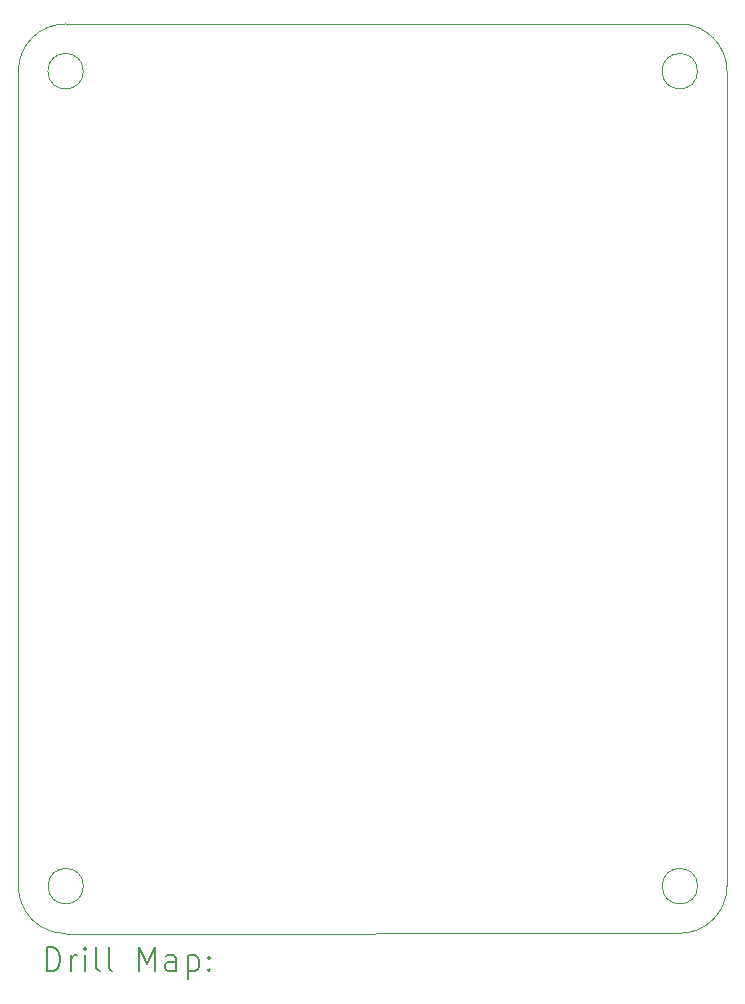
<source format=gbr>
%TF.GenerationSoftware,KiCad,Pcbnew,7.0.1*%
%TF.CreationDate,2023-10-12T07:56:20+02:00*%
%TF.ProjectId,Drv_board,4472765f-626f-4617-9264-2e6b69636164,rev?*%
%TF.SameCoordinates,Original*%
%TF.FileFunction,Drillmap*%
%TF.FilePolarity,Positive*%
%FSLAX45Y45*%
G04 Gerber Fmt 4.5, Leading zero omitted, Abs format (unit mm)*
G04 Created by KiCad (PCBNEW 7.0.1) date 2023-10-12 07:56:20*
%MOMM*%
%LPD*%
G01*
G04 APERTURE LIST*
%ADD10C,0.100000*%
%ADD11C,0.200000*%
G04 APERTURE END LIST*
D10*
X15750000Y-7400000D02*
G75*
G03*
X15750000Y-7400000I-150000J0D01*
G01*
X10399996Y-14701218D02*
X15600247Y-14698779D01*
X10000000Y-14300000D02*
G75*
G03*
X10399996Y-14701218I401220J0D01*
G01*
X10400000Y-7000000D02*
G75*
G03*
X10000000Y-7400000I0J-400000D01*
G01*
X10550000Y-7400000D02*
G75*
G03*
X10550000Y-7400000I-150000J0D01*
G01*
X16000000Y-14300000D02*
X16000000Y-7400000D01*
X15600247Y-14698779D02*
G75*
G03*
X16000000Y-14300000I973J398779D01*
G01*
X10000000Y-7400000D02*
X10000000Y-14300000D01*
X15751220Y-14300000D02*
G75*
G03*
X15751220Y-14300000I-150000J0D01*
G01*
X15600000Y-7000000D02*
X10400000Y-7000000D01*
X10551220Y-14300000D02*
G75*
G03*
X10551220Y-14300000I-150000J0D01*
G01*
X16000000Y-7400000D02*
G75*
G03*
X15600000Y-7000000I-400000J0D01*
G01*
D11*
X10242619Y-15018742D02*
X10242619Y-14818742D01*
X10242619Y-14818742D02*
X10290238Y-14818742D01*
X10290238Y-14818742D02*
X10318810Y-14828266D01*
X10318810Y-14828266D02*
X10337857Y-14847313D01*
X10337857Y-14847313D02*
X10347381Y-14866361D01*
X10347381Y-14866361D02*
X10356905Y-14904456D01*
X10356905Y-14904456D02*
X10356905Y-14933028D01*
X10356905Y-14933028D02*
X10347381Y-14971123D01*
X10347381Y-14971123D02*
X10337857Y-14990170D01*
X10337857Y-14990170D02*
X10318810Y-15009218D01*
X10318810Y-15009218D02*
X10290238Y-15018742D01*
X10290238Y-15018742D02*
X10242619Y-15018742D01*
X10442619Y-15018742D02*
X10442619Y-14885408D01*
X10442619Y-14923504D02*
X10452143Y-14904456D01*
X10452143Y-14904456D02*
X10461667Y-14894932D01*
X10461667Y-14894932D02*
X10480714Y-14885408D01*
X10480714Y-14885408D02*
X10499762Y-14885408D01*
X10566429Y-15018742D02*
X10566429Y-14885408D01*
X10566429Y-14818742D02*
X10556905Y-14828266D01*
X10556905Y-14828266D02*
X10566429Y-14837789D01*
X10566429Y-14837789D02*
X10575952Y-14828266D01*
X10575952Y-14828266D02*
X10566429Y-14818742D01*
X10566429Y-14818742D02*
X10566429Y-14837789D01*
X10690238Y-15018742D02*
X10671190Y-15009218D01*
X10671190Y-15009218D02*
X10661667Y-14990170D01*
X10661667Y-14990170D02*
X10661667Y-14818742D01*
X10795000Y-15018742D02*
X10775952Y-15009218D01*
X10775952Y-15009218D02*
X10766429Y-14990170D01*
X10766429Y-14990170D02*
X10766429Y-14818742D01*
X11023571Y-15018742D02*
X11023571Y-14818742D01*
X11023571Y-14818742D02*
X11090238Y-14961599D01*
X11090238Y-14961599D02*
X11156905Y-14818742D01*
X11156905Y-14818742D02*
X11156905Y-15018742D01*
X11337857Y-15018742D02*
X11337857Y-14913980D01*
X11337857Y-14913980D02*
X11328333Y-14894932D01*
X11328333Y-14894932D02*
X11309286Y-14885408D01*
X11309286Y-14885408D02*
X11271190Y-14885408D01*
X11271190Y-14885408D02*
X11252143Y-14894932D01*
X11337857Y-15009218D02*
X11318809Y-15018742D01*
X11318809Y-15018742D02*
X11271190Y-15018742D01*
X11271190Y-15018742D02*
X11252143Y-15009218D01*
X11252143Y-15009218D02*
X11242619Y-14990170D01*
X11242619Y-14990170D02*
X11242619Y-14971123D01*
X11242619Y-14971123D02*
X11252143Y-14952075D01*
X11252143Y-14952075D02*
X11271190Y-14942551D01*
X11271190Y-14942551D02*
X11318809Y-14942551D01*
X11318809Y-14942551D02*
X11337857Y-14933028D01*
X11433095Y-14885408D02*
X11433095Y-15085408D01*
X11433095Y-14894932D02*
X11452143Y-14885408D01*
X11452143Y-14885408D02*
X11490238Y-14885408D01*
X11490238Y-14885408D02*
X11509286Y-14894932D01*
X11509286Y-14894932D02*
X11518809Y-14904456D01*
X11518809Y-14904456D02*
X11528333Y-14923504D01*
X11528333Y-14923504D02*
X11528333Y-14980647D01*
X11528333Y-14980647D02*
X11518809Y-14999694D01*
X11518809Y-14999694D02*
X11509286Y-15009218D01*
X11509286Y-15009218D02*
X11490238Y-15018742D01*
X11490238Y-15018742D02*
X11452143Y-15018742D01*
X11452143Y-15018742D02*
X11433095Y-15009218D01*
X11614048Y-14999694D02*
X11623571Y-15009218D01*
X11623571Y-15009218D02*
X11614048Y-15018742D01*
X11614048Y-15018742D02*
X11604524Y-15009218D01*
X11604524Y-15009218D02*
X11614048Y-14999694D01*
X11614048Y-14999694D02*
X11614048Y-15018742D01*
X11614048Y-14894932D02*
X11623571Y-14904456D01*
X11623571Y-14904456D02*
X11614048Y-14913980D01*
X11614048Y-14913980D02*
X11604524Y-14904456D01*
X11604524Y-14904456D02*
X11614048Y-14894932D01*
X11614048Y-14894932D02*
X11614048Y-14913980D01*
M02*

</source>
